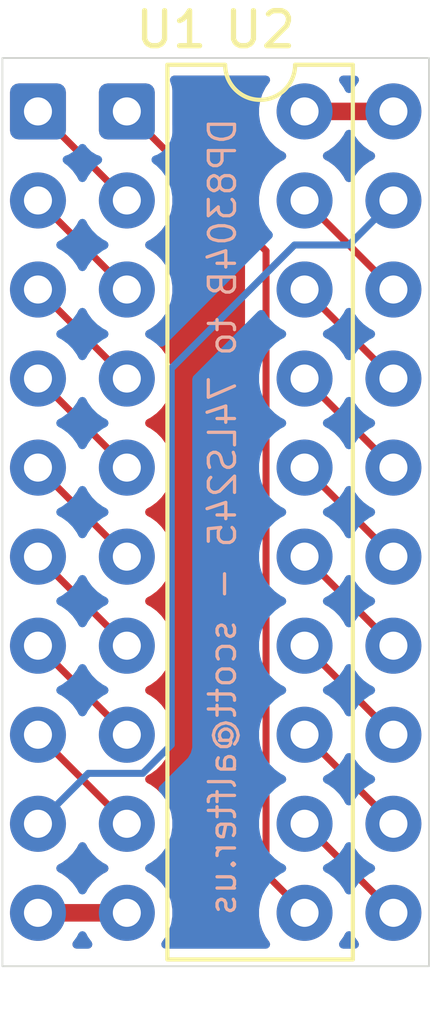
<source format=kicad_pcb>
(kicad_pcb (version 20241229) (generator "pcbnew") (generator_version "9.0")
  (layers (0 "F.Cu" signal) (2 "B.Cu" signal) (13 "F.Paste" user) (15 "B.Paste" user) (5 "F.SilkS" user "F.Silkscreen") (7 "B.SilkS" user "B.Silkscreen") (1 "F.Mask" user) (3 "B.Mask" user) (25 "Edge.Cuts" user))
  (net 0 "")
  (net 1 "/A3")
  (net 2 "/A7")
  (net 3 "/A4")
  (net 4 "/A5")
  (net 5 "/A1")
  (net 6 "/A6")
  (net 7 "/A2")
  (net 8 "/A0")
  (net 9 "/B4")
  (net 10 "/B0")
  (net 11 "/B6")
  (net 12 "/B3")
  (net 13 "/B2")
  (net 14 "GND")
  (net 15 "+5V")
  (net 16 "/B1")
  (net 17 "/B7")
  (net 18 "/B5")
  (net 19 "/DIR")
  (net 20 "/~{CE}")
  (footprint "Package_DIP:DIP-20_W7.62mm" (layer "F.Cu") (at 137.795 64.135)
    (property "Reference" "U2" (at 3.81 -2.33 0) (layer "F.SilkS"))
    (property "Value" "74LS245")
    (fp_line (start 1.16 -1.33) (end 1.16 24.19) (stroke (width 0.12)) (layer "F.SilkS"))
    (fp_line (start 1.16 24.19) (end 6.46 24.19) (stroke (width 0.12)) (layer "F.SilkS"))
    (fp_line (start 2.81 -1.33) (end 1.16 -1.33) (stroke (width 0.12)) (layer "F.SilkS"))
    (fp_line (start 6.46 -1.33) (end 4.81 -1.33) (stroke (width 0.12)) (layer "F.SilkS"))
    (fp_line (start 6.46 24.19) (end 6.46 -1.33) (stroke (width 0.12)) (layer "F.SilkS"))
    (fp_arc (start 4.81 -1.33) (mid 3.81 -0.33) (end 2.81 -1.33) (stroke (width 0.12)) (layer "F.SilkS"))
    (pad "1" thru_hole roundrect (at 0 0) (size 1.6 1.6) (drill 0.8) (layers "*.Cu" "*.Mask") (roundrect_rratio 0.15625) (net 19 "/DIR"))
    (pad "2" thru_hole circle (at 0 2.54) (size 1.6 1.6) (drill 0.8) (layers "*.Cu" "*.Mask") (net 8 "/A0"))
    (pad "3" thru_hole circle (at 0 5.08) (size 1.6 1.6) (drill 0.8) (layers "*.Cu" "*.Mask") (net 5 "/A1"))
    (pad "4" thru_hole circle (at 0 7.62) (size 1.6 1.6) (drill 0.8) (layers "*.Cu" "*.Mask") (net 7 "/A2"))
    (pad "5" thru_hole circle (at 0 10.16) (size 1.6 1.6) (drill 0.8) (layers "*.Cu" "*.Mask") (net 1 "/A3"))
    (pad "6" thru_hole circle (at 0 12.7) (size 1.6 1.6) (drill 0.8) (layers "*.Cu" "*.Mask") (net 3 "/A4"))
    (pad "7" thru_hole circle (at 0 15.24) (size 1.6 1.6) (drill 0.8) (layers "*.Cu" "*.Mask") (net 4 "/A5"))
    (pad "8" thru_hole circle (at 0 17.78) (size 1.6 1.6) (drill 0.8) (layers "*.Cu" "*.Mask") (net 6 "/A6"))
    (pad "9" thru_hole circle (at 0 20.32) (size 1.6 1.6) (drill 0.8) (layers "*.Cu" "*.Mask") (net 2 "/A7"))
    (pad "10" thru_hole circle (at 0 22.86) (size 1.6 1.6) (drill 0.8) (layers "*.Cu" "*.Mask") (net 14 "GND"))
    (pad "11" thru_hole circle (at 7.62 22.86) (size 1.6 1.6) (drill 0.8) (layers "*.Cu" "*.Mask") (net 17 "/B7"))
    (pad "12" thru_hole circle (at 7.62 20.32) (size 1.6 1.6) (drill 0.8) (layers "*.Cu" "*.Mask") (net 11 "/B6"))
    (pad "13" thru_hole circle (at 7.62 17.78) (size 1.6 1.6) (drill 0.8) (layers "*.Cu" "*.Mask") (net 18 "/B5"))
    (pad "14" thru_hole circle (at 7.62 15.24) (size 1.6 1.6) (drill 0.8) (layers "*.Cu" "*.Mask") (net 9 "/B4"))
    (pad "15" thru_hole circle (at 7.62 12.7) (size 1.6 1.6) (drill 0.8) (layers "*.Cu" "*.Mask") (net 12 "/B3"))
    (pad "16" thru_hole circle (at 7.62 10.16) (size 1.6 1.6) (drill 0.8) (layers "*.Cu" "*.Mask") (net 13 "/B2"))
    (pad "17" thru_hole circle (at 7.62 7.62) (size 1.6 1.6) (drill 0.8) (layers "*.Cu" "*.Mask") (net 16 "/B1"))
    (pad "18" thru_hole circle (at 7.62 5.08) (size 1.6 1.6) (drill 0.8) (layers "*.Cu" "*.Mask") (net 10 "/B0"))
    (pad "19" thru_hole circle (at 7.62 2.54) (size 1.6 1.6) (drill 0.8) (layers "*.Cu" "*.Mask") (net 20 "/~{CE}"))
    (pad "20" thru_hole circle (at 7.62 0) (size 1.6 1.6) (drill 0.8) (layers "*.Cu" "*.Mask") (net 15 "+5V"))
  )
  (footprint "Package_DIP:DIP-20_W7.62mm" (layer "F.Cu") (at 135.255 64.135)
    (property "Reference" "U1" (at 3.81 -2.33 0) (layer "F.SilkS"))
    (property "Value" "DP8304B")
    (pad "1" thru_hole roundrect (at 0 0) (size 1.6 1.6) (drill 0.8) (layers "*.Cu" "*.Mask") (roundrect_rratio 0.15625) (net 8 "/A0"))
    (pad "2" thru_hole circle (at 0 2.54) (size 1.6 1.6) (drill 0.8) (layers "*.Cu" "*.Mask") (net 5 "/A1"))
    (pad "3" thru_hole circle (at 0 5.08) (size 1.6 1.6) (drill 0.8) (layers "*.Cu" "*.Mask") (net 7 "/A2"))
    (pad "4" thru_hole circle (at 0 7.62) (size 1.6 1.6) (drill 0.8) (layers "*.Cu" "*.Mask") (net 1 "/A3"))
    (pad "5" thru_hole circle (at 0 10.16) (size 1.6 1.6) (drill 0.8) (layers "*.Cu" "*.Mask") (net 3 "/A4"))
    (pad "6" thru_hole circle (at 0 12.7) (size 1.6 1.6) (drill 0.8) (layers "*.Cu" "*.Mask") (net 4 "/A5"))
    (pad "7" thru_hole circle (at 0 15.24) (size 1.6 1.6) (drill 0.8) (layers "*.Cu" "*.Mask") (net 6 "/A6"))
    (pad "8" thru_hole circle (at 0 17.78) (size 1.6 1.6) (drill 0.8) (layers "*.Cu" "*.Mask") (net 2 "/A7"))
    (pad "9" thru_hole circle (at 0 20.32) (size 1.6 1.6) (drill 0.8) (layers "*.Cu" "*.Mask") (net 20 "/~{CE}"))
    (pad "10" thru_hole circle (at 0 22.86) (size 1.6 1.6) (drill 0.8) (layers "*.Cu" "*.Mask") (net 14 "GND"))
    (pad "11" thru_hole circle (at 7.62 22.86) (size 1.6 1.6) (drill 0.8) (layers "*.Cu" "*.Mask") (net 19 "/DIR"))
    (pad "12" thru_hole circle (at 7.62 20.32) (size 1.6 1.6) (drill 0.8) (layers "*.Cu" "*.Mask") (net 17 "/B7"))
    (pad "13" thru_hole circle (at 7.62 17.78) (size 1.6 1.6) (drill 0.8) (layers "*.Cu" "*.Mask") (net 11 "/B6"))
    (pad "14" thru_hole circle (at 7.62 15.24) (size 1.6 1.6) (drill 0.8) (layers "*.Cu" "*.Mask") (net 18 "/B5"))
    (pad "15" thru_hole circle (at 7.62 12.7) (size 1.6 1.6) (drill 0.8) (layers "*.Cu" "*.Mask") (net 9 "/B4"))
    (pad "16" thru_hole circle (at 7.62 10.16) (size 1.6 1.6) (drill 0.8) (layers "*.Cu" "*.Mask") (net 12 "/B3"))
    (pad "17" thru_hole circle (at 7.62 7.62) (size 1.6 1.6) (drill 0.8) (layers "*.Cu" "*.Mask") (net 13 "/B2"))
    (pad "18" thru_hole circle (at 7.62 5.08) (size 1.6 1.6) (drill 0.8) (layers "*.Cu" "*.Mask") (net 16 "/B1"))
    (pad "19" thru_hole circle (at 7.62 2.54) (size 1.6 1.6) (drill 0.8) (layers "*.Cu" "*.Mask") (net 10 "/B0"))
    (pad "20" thru_hole circle (at 7.62 0) (size 1.6 1.6) (drill 0.8) (layers "*.Cu" "*.Mask") (net 15 "+5V"))
  )
  (gr_rect (start 134.239 62.611) (end 146.431 88.519) (stroke (width 0.05)) (fill no) (layer "Edge.Cuts"))
  (gr_text "DP8304B to 74LS245 - scott@alfter.us" (at 140.97 64.262 90) (layer "B.SilkS") (effects (font (size 0.75 0.75) (thickness 0.09375)) (justify left bottom mirror)))
  (segment (start 135.255 71.755) (end 137.795 74.295) (width 0.2) (layer "F.Cu") (net 1))
  (segment (start 135.255 81.915) (end 137.795 84.455) (width 0.2) (layer "F.Cu") (net 2))
  (segment (start 135.255 74.295) (end 137.795 76.835) (width 0.2) (layer "F.Cu") (net 3))
  (segment (start 135.255 76.835) (end 137.795 79.375) (width 0.2) (layer "F.Cu") (net 4))
  (segment (start 135.255 66.675) (end 137.795 69.215) (width 0.2) (layer "F.Cu") (net 5))
  (segment (start 135.255 79.375) (end 137.795 81.915) (width 0.2) (layer "F.Cu") (net 6))
  (segment (start 135.255 69.215) (end 137.795 71.755) (width 0.2) (layer "F.Cu") (net 7))
  (segment (start 135.255 64.135) (end 137.795 66.675) (width 0.2) (layer "F.Cu") (net 8))
  (segment (start 142.875 76.835) (end 145.415 79.375) (width 0.2) (layer "F.Cu") (net 9))
  (segment (start 142.875 66.675) (end 145.415 69.215) (width 0.2) (layer "F.Cu") (net 10))
  (segment (start 142.875 81.915) (end 145.415 84.455) (width 0.2) (layer "F.Cu") (net 11))
  (segment (start 142.875 74.295) (end 145.415 76.835) (width 0.2) (layer "F.Cu") (net 12))
  (segment (start 142.875 71.755) (end 145.415 74.295) (width 0.2) (layer "F.Cu") (net 13))
  (segment (start 135.255 86.995) (end 137.795 86.995) (width 0.5) (layer "F.Cu") (net 14))
  (segment (start 142.875 64.135) (end 145.415 64.135) (width 0.5) (layer "F.Cu") (net 15))
  (segment (start 142.875 69.215) (end 145.415 71.755) (width 0.2) (layer "F.Cu") (net 16))
  (segment (start 142.875 84.455) (end 145.415 86.995) (width 0.2) (layer "F.Cu") (net 17))
  (segment (start 142.875 79.375) (end 145.415 81.915) (width 0.2) (layer "F.Cu") (net 18))
  (segment (start 141.774 85.894) (end 142.875 86.995) (width 0.2) (layer "F.Cu") (net 19))
  (segment (start 141.774 68.114) (end 141.774 85.894) (width 0.2) (layer "F.Cu") (net 19))
  (segment (start 137.795 64.135) (end 141.774 68.114) (width 0.2) (layer "F.Cu") (net 19))
  (segment (start 139.065 71.46795) (end 142.58795 67.945) (width 0.2) (layer "B.Cu") (net 20))
  (segment (start 144.145 67.945) (end 145.415 66.675) (width 0.2) (layer "B.Cu") (net 20))
  (segment (start 136.694 83.016) (end 138.25105 83.016) (width 0.2) (layer "B.Cu") (net 20))
  (segment (start 135.255 84.455) (end 136.694 83.016) (width 0.2) (layer "B.Cu") (net 20))
  (segment (start 139.065 82.20205) (end 139.065 71.46795) (width 0.2) (layer "B.Cu") (net 20))
  (segment (start 142.58795 67.945) (end 144.145 67.945) (width 0.2) (layer "B.Cu") (net 20))
  (segment (start 138.25105 83.016) (end 139.065 82.20205) (width 0.2) (layer "B.Cu") (net 20))
  (zone (net 0) (net_name "") (layers "F.Cu" "B.Cu") (connect_pads (clearance 0.5)) (min_thickness 0.25) (fill yes (thermal_gap 0.5) (thermal_bridge_width 0.5) (island_removal_mode 1) (island_area_min 10))
    (polygon (pts (xy 134.239 62.611) (xy 146.431 62.611) (xy 146.431 88.519) (xy 134.239 88.519)))
  )
)
</source>
